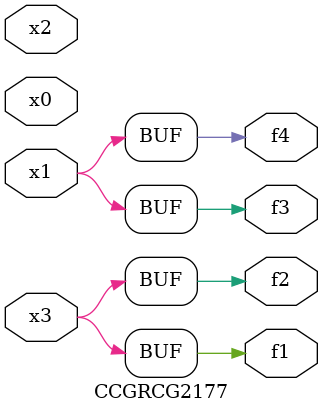
<source format=v>
module CCGRCG2177(
	input x0, x1, x2, x3,
	output f1, f2, f3, f4
);
	assign f1 = x3;
	assign f2 = x3;
	assign f3 = x1;
	assign f4 = x1;
endmodule

</source>
